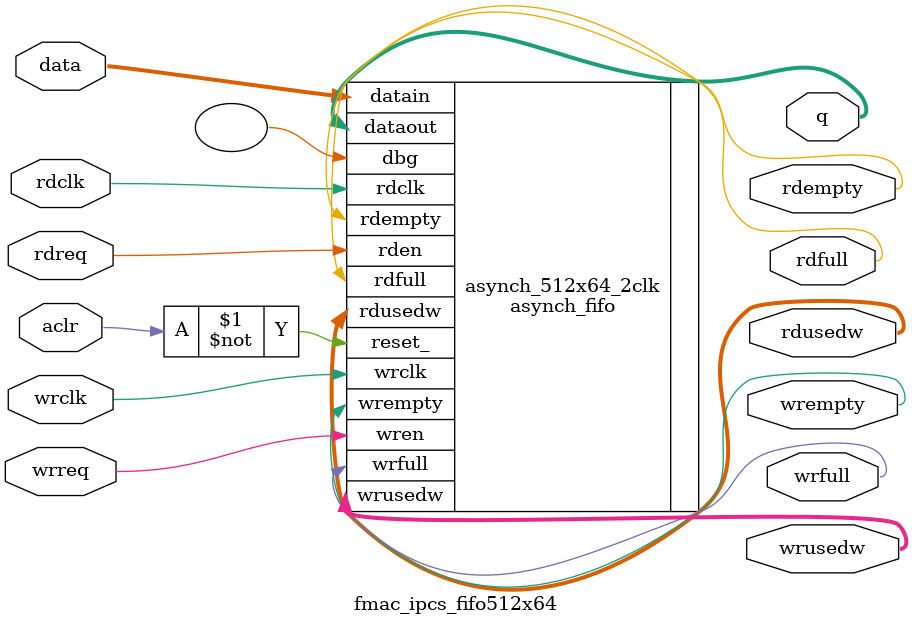
<source format=v>

`timescale 1ns/1ps
// synopsys translate_on

module fmac_ipcs_fifo512x64

(
			aclr,
			
			//=== Signals for WRITE
			wrclk,       // Clk for writing data                              
			wrreq,       //  request to write                                      
			data,     	 // Data coming in                            
			wrfull,      // indicates fifo is full or not (To avoid overiding)
			wrempty,     // 0- some data is present (atleast 1 data is present)                                            
			wrusedw,     // number of slots currently in use for writing                                                                                                         
                                                    
			//=== Signals for READ
		    rdclk,      // Clk for  reading data                            
			rdreq,      // Request to read from FIFO                           
			q,    		// Data coming out                                     
			rdfull,     //  
			rdempty,    // indicates fifo is empty or not (to avoid underflow)  
			rdusedw     // number of slots currently in use for reading

);

parameter 	  WIDTH = 64,
			  DEPTH = 512,
			  PTR	= 9;



			input  wire 				aclr;
			
			//=== Signals for WRITE
			input  wire 				wrclk;      // Clk for writing data                              
			input  wire 				wrreq;      //  request to write                                      
			input  wire [WIDTH-1 : 0]	data;       // Data coming in                            
			output wire					wrfull;     // indicates fifo is full or not (To avoid overiding)
			output wire 			 	wrempty;    // 0- some data is present (atleast 1 data is present)                                            
			output wire	[PTR : 0]		wrusedw;    // number of slots currently in use for writing                                                                                                         
                                                    
			//=== Signals for READ
		    input  wire 				rdclk;      // Clk for  reading data                            
			input  wire 				rdreq;      // Request to read from FIFO                           
			output wire [WIDTH-1 : 0]	q;    		// Data coming out                                     
			output wire 				rdfull;     //  
			output wire 				rdempty;    // indicates fifo is empty or not (to avoid underflow)  
			output wire [PTR  : 0] 		rdusedw;    // number of slots currently in use for reading


asynch_fifo	#(.WIDTH (64),		  					// Making 512X64 fifo
					  	.DEPTH (512),           	
					 	.PTR	 (9) )		  		// 2**9 = 512 (DEPTH)
 											
asynch_512x64_2clk		  (
			.reset_		(~aclr),
			
			//=== Signals for WRITE
			.wrclk		(wrclk),			// Clk to write data
			.wren		(wrreq),	   		// write enable
			.datain		(data),				// write data
			.wrfull		(wrfull),			// indicates fifo is full or not (To avoid overiding)
			.wrempty	(wrempty),			// indicates fifo is empty or not (to avoid underflow)
			.wrusedw	(wrusedw),			// wrusedw -number of locations filled in fifo

			//=== Signals for READ
			.rdclk		(rdclk),			// i-1, Clk to read data
			.rden		(rdreq),			// i-1, read enable of data FIFO
			.dataout	(q),				// Dataout of data FIFO
			.rdfull		(rdfull),			// indicates fifo is full or not (To avoid overiding) (Not used)
			.rdempty	(rdempty),			// indicates fifo is empty or not (to avoid underflow)
			.rdusedw	(rdusedw),			// rdusedw -number of locations filled in fifo (not used )

			//=== Signals for TEST
			.dbg		()

		 );
endmodule
</source>
